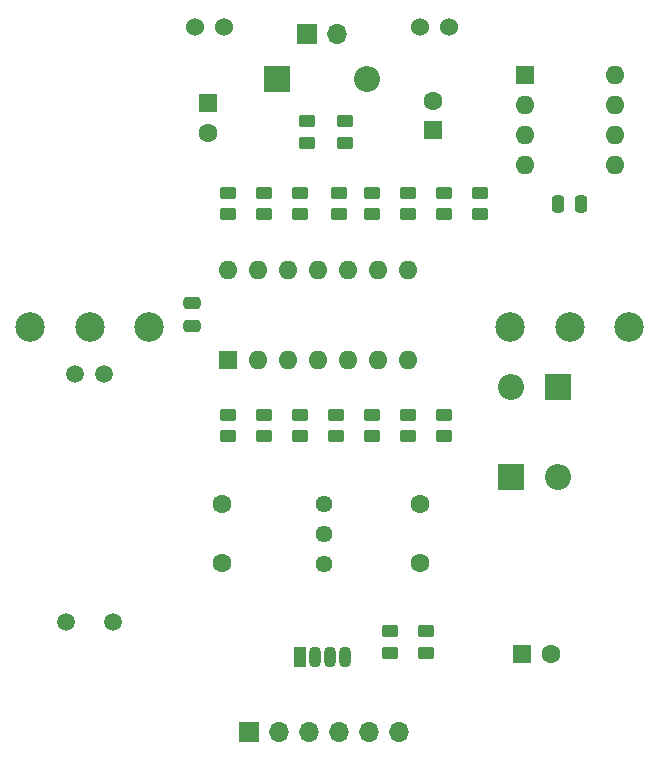
<source format=gbr>
%TF.GenerationSoftware,KiCad,Pcbnew,8.0.0*%
%TF.CreationDate,2025-03-01T13:37:18-05:00*%
%TF.ProjectId,compulator,636f6d70-756c-4617-946f-722e6b696361,rev?*%
%TF.SameCoordinates,Original*%
%TF.FileFunction,Soldermask,Top*%
%TF.FilePolarity,Negative*%
%FSLAX46Y46*%
G04 Gerber Fmt 4.6, Leading zero omitted, Abs format (unit mm)*
G04 Created by KiCad (PCBNEW 8.0.0) date 2025-03-01 13:37:18*
%MOMM*%
%LPD*%
G01*
G04 APERTURE LIST*
G04 Aperture macros list*
%AMRoundRect*
0 Rectangle with rounded corners*
0 $1 Rounding radius*
0 $2 $3 $4 $5 $6 $7 $8 $9 X,Y pos of 4 corners*
0 Add a 4 corners polygon primitive as box body*
4,1,4,$2,$3,$4,$5,$6,$7,$8,$9,$2,$3,0*
0 Add four circle primitives for the rounded corners*
1,1,$1+$1,$2,$3*
1,1,$1+$1,$4,$5*
1,1,$1+$1,$6,$7*
1,1,$1+$1,$8,$9*
0 Add four rect primitives between the rounded corners*
20,1,$1+$1,$2,$3,$4,$5,0*
20,1,$1+$1,$4,$5,$6,$7,0*
20,1,$1+$1,$6,$7,$8,$9,0*
20,1,$1+$1,$8,$9,$2,$3,0*%
G04 Aperture macros list end*
%ADD10C,2.500000*%
%ADD11C,1.600000*%
%ADD12O,1.600000X1.600000*%
%ADD13R,1.600000X1.600000*%
%ADD14RoundRect,0.250000X0.450000X-0.262500X0.450000X0.262500X-0.450000X0.262500X-0.450000X-0.262500X0*%
%ADD15RoundRect,0.250000X-0.450000X0.262500X-0.450000X-0.262500X0.450000X-0.262500X0.450000X0.262500X0*%
%ADD16C,1.440000*%
%ADD17C,1.500000*%
%ADD18O,1.700000X1.700000*%
%ADD19R,1.700000X1.700000*%
%ADD20C,1.524000*%
%ADD21O,2.200000X2.200000*%
%ADD22R,2.200000X2.200000*%
%ADD23O,1.070000X1.800000*%
%ADD24R,1.070000X1.800000*%
%ADD25RoundRect,0.250000X-0.250000X-0.475000X0.250000X-0.475000X0.250000X0.475000X-0.250000X0.475000X0*%
%ADD26RoundRect,0.250000X-0.475000X0.250000X-0.475000X-0.250000X0.475000X-0.250000X0.475000X0.250000X0*%
G04 APERTURE END LIST*
D10*
%TO.C,LEVEL1*%
X175340000Y-85080000D03*
X180340000Y-85080000D03*
X185340000Y-85080000D03*
%TD*%
D11*
%TO.C,C6*%
X208280000Y-100096000D03*
X208280000Y-105096000D03*
%TD*%
D12*
%TO.C,U4*%
X192024000Y-80244000D03*
X194564000Y-80244000D03*
X197104000Y-80244000D03*
X199644000Y-80244000D03*
X202184000Y-80244000D03*
X204724000Y-80244000D03*
X207264000Y-80244000D03*
X207264000Y-87864000D03*
X204724000Y-87864000D03*
X202184000Y-87864000D03*
X199644000Y-87864000D03*
X197104000Y-87864000D03*
X194564000Y-87864000D03*
D13*
X192024000Y-87864000D03*
%TD*%
D12*
%TO.C,U1*%
X224800000Y-63764000D03*
X224800000Y-66304000D03*
X224800000Y-68844000D03*
X224800000Y-71384000D03*
X217180000Y-71384000D03*
X217180000Y-68844000D03*
X217180000Y-66304000D03*
D13*
X217180000Y-63764000D03*
%TD*%
D14*
%TO.C,R19*%
X195072000Y-73743500D03*
X195072000Y-75568500D03*
%TD*%
%TO.C,R18*%
X192024000Y-73743500D03*
X192024000Y-75568500D03*
%TD*%
D15*
%TO.C,R17*%
X204216000Y-75568500D03*
X204216000Y-73743500D03*
%TD*%
D14*
%TO.C,R16*%
X213360000Y-73743500D03*
X213360000Y-75568500D03*
%TD*%
D15*
%TO.C,R15*%
X210312000Y-75568500D03*
X210312000Y-73743500D03*
%TD*%
D14*
%TO.C,R14*%
X207264000Y-73743500D03*
X207264000Y-75568500D03*
%TD*%
%TO.C,R13*%
X198120000Y-73743500D03*
X198120000Y-75568500D03*
%TD*%
%TO.C,R12*%
X201422000Y-73743500D03*
X201422000Y-75568500D03*
%TD*%
D15*
%TO.C,R11*%
X207264000Y-94364500D03*
X207264000Y-92539500D03*
%TD*%
D14*
%TO.C,R10*%
X210312000Y-92539500D03*
X210312000Y-94364500D03*
%TD*%
D15*
%TO.C,R9*%
X204216000Y-94364500D03*
X204216000Y-92539500D03*
%TD*%
D14*
%TO.C,R8*%
X201168000Y-92539500D03*
X201168000Y-94364500D03*
%TD*%
%TO.C,R7*%
X198120000Y-92539500D03*
X198120000Y-94364500D03*
%TD*%
D15*
%TO.C,R6*%
X192024000Y-94364500D03*
X192024000Y-92539500D03*
%TD*%
%TO.C,R5*%
X195072000Y-94364500D03*
X195072000Y-92539500D03*
%TD*%
D14*
%TO.C,R4*%
X205740000Y-110847500D03*
X205740000Y-112672500D03*
%TD*%
%TO.C,R3*%
X201930000Y-67667500D03*
X201930000Y-69492500D03*
%TD*%
D15*
%TO.C,R2*%
X198755000Y-69492500D03*
X198755000Y-67667500D03*
%TD*%
%TO.C,R1*%
X208788000Y-112672500D03*
X208788000Y-110847500D03*
%TD*%
D16*
%TO.C,P1*%
X200152000Y-100076000D03*
X200152000Y-102616000D03*
X200152000Y-105156000D03*
%TD*%
D17*
%TO.C,LDR1*%
X179090000Y-89068000D03*
X181590000Y-89068000D03*
X178340000Y-110068000D03*
X182340000Y-110068000D03*
%TD*%
D18*
%TO.C,J4*%
X206502000Y-119380000D03*
X203962000Y-119380000D03*
X201422000Y-119380000D03*
X198882000Y-119380000D03*
X196342000Y-119380000D03*
D19*
X193802000Y-119380000D03*
%TD*%
D20*
%TO.C,J3*%
X189230000Y-59690000D03*
X191730000Y-59690000D03*
%TD*%
%TO.C,J2*%
X210800000Y-59690000D03*
X208300000Y-59690000D03*
%TD*%
D18*
%TO.C,J1*%
X201290000Y-60330000D03*
D19*
X198750000Y-60330000D03*
%TD*%
D21*
%TO.C,D4*%
X216024000Y-90170000D03*
D22*
X216024000Y-97790000D03*
%TD*%
D21*
%TO.C,D3*%
X219964000Y-97790000D03*
D22*
X219964000Y-90170000D03*
%TD*%
D23*
%TO.C,D2*%
X201930000Y-113030000D03*
X200660000Y-113030000D03*
X199390000Y-113030000D03*
D24*
X198120000Y-113030000D03*
%TD*%
D21*
%TO.C,D1*%
X203835000Y-64135000D03*
D22*
X196215000Y-64135000D03*
%TD*%
D10*
%TO.C,COMP1*%
X215980000Y-85080000D03*
X220980000Y-85080000D03*
X225980000Y-85080000D03*
%TD*%
D25*
%TO.C,C8*%
X221930000Y-74676000D03*
X220030000Y-74676000D03*
%TD*%
D26*
%TO.C,C7*%
X188976000Y-85004000D03*
X188976000Y-83104000D03*
%TD*%
D11*
%TO.C,C5*%
X191516000Y-100096000D03*
X191516000Y-105096000D03*
%TD*%
%TO.C,C4*%
X209432700Y-65962700D03*
D13*
X209432700Y-68462700D03*
%TD*%
D11*
%TO.C,C3*%
X190382700Y-68657300D03*
D13*
X190382700Y-66157300D03*
%TD*%
D11*
%TO.C,C1*%
X219416000Y-112776000D03*
D13*
X216916000Y-112776000D03*
%TD*%
M02*

</source>
